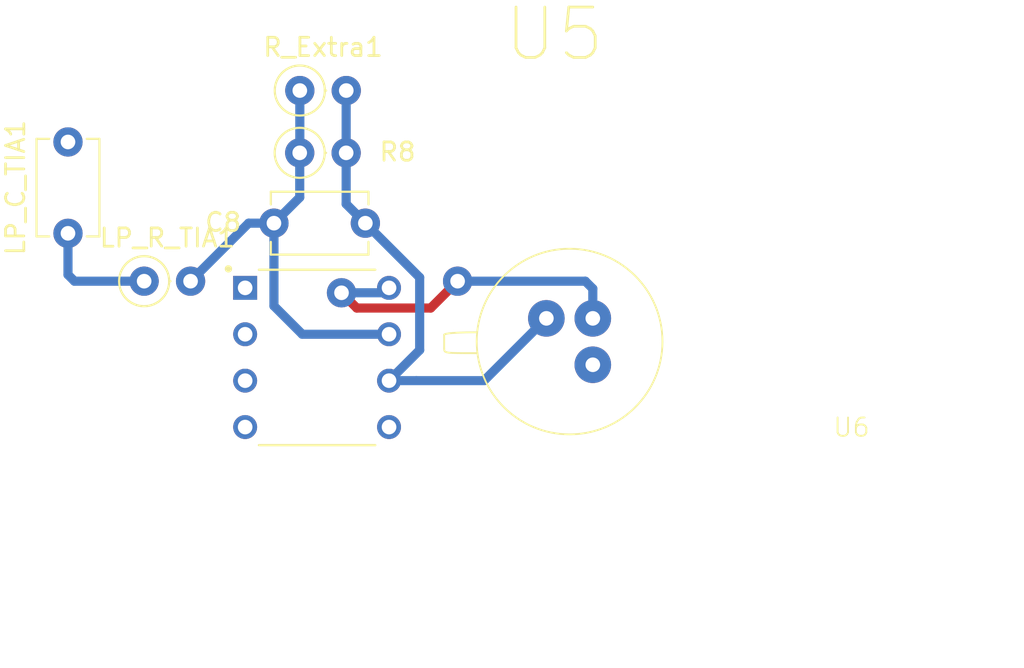
<source format=kicad_pcb>
(kicad_pcb (version 20241229) (generator "pcbnew") (generator_version "9.0")
  (layers (0 "F.Cu" signal) (2 "B.Cu" signal) (13 "F.Paste" user) (15 "B.Paste" user) (5 "F.SilkS" user "F.Silkscreen") (7 "B.SilkS" user "B.Silkscreen") (1 "F.Mask" user) (3 "B.Mask" user) (25 "Edge.Cuts" user))
  (net 0 "")
  (net 1 "GND")
  (net 2 "/ADC")
  (net 3 "+5V")
  (net 4 "Net-(U5-VINB-)")
  (net 5 "Net-(U5-VOUTB)")
  (net 9 "/V- V")
  (footprint "Resistor_THT:R_Axial_DIN0207_L6.3mm_D2.5mm_P2.54mm_Vertical" (layer "F.Cu") (at 147.32 97.155)
    (property "Reference" "LP_R_TIA1" (at 1.27 -2.37 0) (layer "F.SilkS"))
    (property "Value" "~")
    (fp_line (start 1.37 0) (end 1.44 0) (stroke (width 0.12)) (layer "F.SilkS"))
    (fp_circle (center 0 0) (end 1.37 0) (stroke (width 0.12)) (fill no) (layer "F.SilkS"))
    (pad "1" thru_hole circle (at 0 0) (size 1.6 1.6) (drill 0.8) (layers "*.Cu" "*.Mask") (net 2 "/ADC"))
    (pad "2" thru_hole oval (at 2.54 0) (size 1.6 1.6) (drill 0.8) (layers "*.Cu" "*.Mask") (net 5 "Net-(U5-VOUTB)"))
  )
  (footprint "Promix_Lib:INGaAS_Photodiode" (layer "F.Cu") (at 171.86 99.19 180)
    (property "Reference" "U6" (at -14.15 -5.97 0) (layer "F.SilkS") (effects (font (thickness 0.1))))
    (property "Value" "~")
    (fp_circle (center 1.27 -1.27) (end 6.35 -1.27) (stroke (width 0.1)) (fill no) (layer "F.SilkS"))
    (fp_curve (pts (xy 8.128 -1.651) (xy 8.128 -1.397) (xy 8.128 -0.889) (xy 8.128 -0.889)) (stroke (width 0.1)) (layer "F.SilkS"))
    (fp_curve (pts (xy 6.35 -0.762) (xy 8.128 -0.762) (xy 8.128 -0.889) (xy 8.128 -0.889)) (stroke (width 0.1)) (layer "F.SilkS"))
    (fp_curve (pts (xy 6.35 -1.905) (xy 8.128 -1.905) (xy 8.128 -1.905) (xy 8.128 -1.651)) (stroke (width 0.1)) (layer "F.SilkS"))
    (pad "1" thru_hole circle (at 0 -2.54 180) (size 2 2) (drill 0.8) (layers "*.Cu" "*.Mask") (net 1 "GND"))
    (pad "2" thru_hole circle (at 0 0 180) (size 2 2) (drill 0.8) (layers "*.Cu" "*.Mask") (net 3 "+5V"))
    (pad "3" thru_hole circle (at 2.54 0 180) (size 2 2) (drill 0.8) (layers "*.Cu" "*.Mask") (net 4 "Net-(U5-VINB-)"))
  )
  (footprint "Resistor_THT:R_Axial_DIN0207_L6.3mm_D2.5mm_P2.54mm_Vertical" (layer "F.Cu") (at 155.83 90.13)
    (property "Reference" "R8" (at 5.35 -0.05 0) (layer "F.SilkS"))
    (property "Value" "1.5k")
    (fp_line (start 1.37 0) (end 1.44 0) (stroke (width 0.12)) (layer "F.SilkS"))
    (fp_circle (center 0 0) (end 1.37 0) (stroke (width 0.12)) (fill no) (layer "F.SilkS"))
    (pad "1" thru_hole circle (at 0 0) (size 1.6 1.6) (drill 0.8) (layers "*.Cu" "*.Mask") (net 5 "Net-(U5-VOUTB)"))
    (pad "2" thru_hole oval (at 2.54 0) (size 1.6 1.6) (drill 0.8) (layers "*.Cu" "*.Mask") (net 4 "Net-(U5-VINB-)"))
  )
  (footprint "Promix_Lib:DIP787W46P254L927H533Q8" (layer "F.Cu") (at 156.78 101.33)
    (property "Reference" "U5" (at 12.98 -17.69 0) (layer "F.SilkS") (effects (font (size 2.755976 2.755976))))
    (property "Value" "MCP6002-I_P")
    (fp_line (start -3.18 -4.8) (end 3.18 -4.8) (stroke (width 0.127)) (layer "F.SilkS"))
    (fp_line (start 3.18 4.8) (end -3.18 4.8) (stroke (width 0.127)) (layer "F.SilkS"))
    (fp_circle (center -4.85 -4.85) (end -4.75 -4.85) (stroke (width 0.2)) (fill no) (layer "F.SilkS"))
    (pad "1" thru_hole rect (at -3.935 -3.81) (size 1.308 1.308) (drill 0.8) (layers "*.Cu" "*.Mask"))
    (pad "2" thru_hole circle (at -3.935 -1.27) (size 1.308 1.308) (drill 0.8) (layers "*.Cu" "*.Mask"))
    (pad "3" thru_hole circle (at -3.935 1.27) (size 1.308 1.308) (drill 0.8) (layers "*.Cu" "*.Mask"))
    (pad "4" thru_hole circle (at -3.935 3.81) (size 1.308 1.308) (drill 0.8) (layers "*.Cu" "*.Mask") (net 9 "/V- V"))
    (pad "5" thru_hole circle (at 3.935 3.81) (size 1.308 1.308) (drill 0.8) (layers "*.Cu" "*.Mask") (net 1 "GND"))
    (pad "6" thru_hole circle (at 3.935 1.27) (size 1.308 1.308) (drill 0.8) (layers "*.Cu" "*.Mask") (net 4 "Net-(U5-VINB-)"))
    (pad "7" thru_hole circle (at 3.935 -1.27) (size 1.308 1.308) (drill 0.8) (layers "*.Cu" "*.Mask") (net 5 "Net-(U5-VOUTB)"))
    (pad "8" thru_hole circle (at 3.935 -3.81) (size 1.308 1.308) (drill 0.8) (layers "*.Cu" "*.Mask") (net 3 "+5V"))
  )
  (footprint "Resistor_THT:R_Axial_DIN0207_L6.3mm_D2.5mm_P2.54mm_Vertical" (layer "F.Cu") (at 155.835 86.72)
    (property "Reference" "R_Extra1" (at 1.27 -2.37 0) (layer "F.SilkS"))
    (property "Value" "0")
    (fp_line (start 1.37 0) (end 1.44 0) (stroke (width 0.12)) (layer "F.SilkS"))
    (fp_circle (center 0 0) (end 1.37 0) (stroke (width 0.12)) (fill no) (layer "F.SilkS"))
    (pad "1" thru_hole circle (at 0 0) (size 1.6 1.6) (drill 0.8) (layers "*.Cu" "*.Mask") (net 5 "Net-(U5-VOUTB)"))
    (pad "2" thru_hole oval (at 2.54 0) (size 1.6 1.6) (drill 0.8) (layers "*.Cu" "*.Mask") (net 4 "Net-(U5-VINB-)"))
  )
  (footprint "Capacitor_THT:C_Disc_D5.1mm_W3.2mm_P5.00mm" (layer "F.Cu") (at 143.155 89.535 -90)
    (property "Reference" "LP_C_TIA1" (at 2.5 2.87 90) (layer "F.SilkS"))
    (property "Value" "~")
    (fp_line (start -0.17 1.72) (end 5.17 1.72) (stroke (width 0.12)) (layer "F.SilkS"))
    (fp_line (start -0.17 1.026) (end -0.17 1.72) (stroke (width 0.12)) (layer "F.SilkS"))
    (fp_line (start 5.17 1.026) (end 5.17 1.72) (stroke (width 0.12)) (layer "F.SilkS"))
    (fp_line (start -0.17 -1.72) (end -0.17 -1.026) (stroke (width 0.12)) (layer "F.SilkS"))
    (fp_line (start -0.17 -1.72) (end 5.17 -1.72) (stroke (width 0.12)) (layer "F.SilkS"))
    (fp_line (start 5.17 -1.72) (end 5.17 -1.026) (stroke (width 0.12)) (layer "F.SilkS"))
    (pad "1" thru_hole circle (at 0 0 270) (size 1.6 1.6) (drill 0.8) (layers "*.Cu" "*.Mask") (net 1 "GND"))
    (pad "2" thru_hole circle (at 5 0 270) (size 1.6 1.6) (drill 0.8) (layers "*.Cu" "*.Mask") (net 2 "/ADC"))
  )
  (footprint "Capacitor_THT:C_Disc_D5.1mm_W3.2mm_P5.00mm" (layer "F.Cu") (at 159.42 93.98 180)
    (property "Reference" "C8" (at 7.78 0.05 0) (layer "F.SilkS"))
    (property "Value" "20p")
    (fp_line (start 5.17 1.026) (end 5.17 1.72) (stroke (width 0.12)) (layer "F.SilkS"))
    (fp_line (start 5.17 -1.72) (end 5.17 -1.026) (stroke (width 0.12)) (layer "F.SilkS"))
    (fp_line (start -0.17 1.72) (end 5.17 1.72) (stroke (width 0.12)) (layer "F.SilkS"))
    (fp_line (start -0.17 1.026) (end -0.17 1.72) (stroke (width 0.12)) (layer "F.SilkS"))
    (fp_line (start -0.17 -1.72) (end 5.17 -1.72) (stroke (width 0.12)) (layer "F.SilkS"))
    (fp_line (start -0.17 -1.72) (end -0.17 -1.026) (stroke (width 0.12)) (layer "F.SilkS"))
    (pad "1" thru_hole circle (at 0 0 180) (size 1.6 1.6) (drill 0.8) (layers "*.Cu" "*.Mask") (net 4 "Net-(U5-VINB-)"))
    (pad "2" thru_hole circle (at 5 0 180) (size 1.6 1.6) (drill 0.8) (layers "*.Cu" "*.Mask") (net 5 "Net-(U5-VOUTB)"))
  )
  (segment (start 143.51 97.155) (end 143.155 96.8) (width 0.5) (layer "B.Cu") (net 2))
  (segment (start 143.155 96.8) (end 143.155 94.535) (width 0.5) (layer "B.Cu") (net 2))
  (segment (start 147.32 97.155) (end 143.51 97.155) (width 0.5) (layer "B.Cu") (net 2))
  (segment (start 158.95 98.625) (end 158.115 97.79) (width 0.5) (layer "F.Cu") (net 3))
  (segment (start 164.465 97.155) (end 162.995 98.625) (width 0.5) (layer "F.Cu") (net 3))
  (segment (start 162.995 98.625) (end 158.95 98.625) (width 0.5) (layer "F.Cu") (net 3))
  (via (at 158.115 97.79) (size 1.6) (drill 0.8) (layers "F.Cu" "B.Cu") (net 3))
  (via (at 164.465 97.155) (size 1.6) (drill 0.8) (layers "F.Cu" "B.Cu") (net 3))
  (segment (start 158.115 97.79) (end 160.445 97.79) (width 0.5) (layer "B.Cu") (net 3))
  (segment (start 171.86 97.565) (end 171.45 97.155) (width 0.5) (layer "B.Cu") (net 3))
  (segment (start 160.445 97.79) (end 160.715 97.52) (width 0.5) (layer "B.Cu") (net 3))
  (segment (start 171.86 99.19) (end 171.86 97.565) (width 0.5) (layer "B.Cu") (net 3))
  (segment (start 171.45 97.155) (end 164.465 97.155) (width 0.5) (layer "B.Cu") (net 3))
  (segment (start 162.39 96.95) (end 162.39 100.925) (width 0.5) (layer "B.Cu") (net 4))
  (segment (start 165.91 102.6) (end 162.21 102.6) (width 0.5) (layer "B.Cu") (net 4))
  (segment (start 162.39 100.925) (end 160.715 102.6) (width 0.5) (layer "B.Cu") (net 4))
  (segment (start 162.39 96.95) (end 159.42 93.98) (width 0.5) (layer "B.Cu") (net 4))
  (segment (start 169.32 99.19) (end 165.91 102.6) (width 0.5) (layer "B.Cu") (net 4))
  (segment (start 162.21 102.6) (end 160.715 102.6) (width 0.5) (layer "B.Cu") (net 4))
  (segment (start 158.37 90.13) (end 158.37 92.93) (width 0.5) (layer "B.Cu") (net 4))
  (segment (start 158.37 92.93) (end 159.42 93.98) (width 0.5) (layer "B.Cu") (net 4))
  (segment (start 158.37 90.13) (end 158.37 86.725) (width 0.5) (layer "B.Cu") (net 4))
  (segment (start 158.37 86.725) (end 158.375 86.72) (width 0.5) (layer "B.Cu") (net 4))
  (segment (start 155.835 90.125) (end 155.83 90.13) (width 0.5) (layer "B.Cu") (net 5))
  (segment (start 153.035 93.98) (end 149.86 97.155) (width 0.5) (layer "B.Cu") (net 5))
  (segment (start 160.715 100.06) (end 155.97 100.06) (width 0.5) (layer "B.Cu") (net 5))
  (segment (start 154.42 98.51) (end 154.42 93.98) (width 0.5) (layer "B.Cu") (net 5))
  (segment (start 155.835 86.72) (end 155.835 90.125) (width 0.5) (layer "B.Cu") (net 5))
  (segment (start 154.42 93.98) (end 153.035 93.98) (width 0.5) (layer "B.Cu") (net 5))
  (segment (start 155.83 90.13) (end 155.83 92.57) (width 0.5) (layer "B.Cu") (net 5))
  (segment (start 155.97 100.06) (end 154.42 98.51) (width 0.5) (layer "B.Cu") (net 5))
  (segment (start 155.83 92.57) (end 154.42 93.98) (width 0.5) (layer "B.Cu") (net 5))
)
</source>
